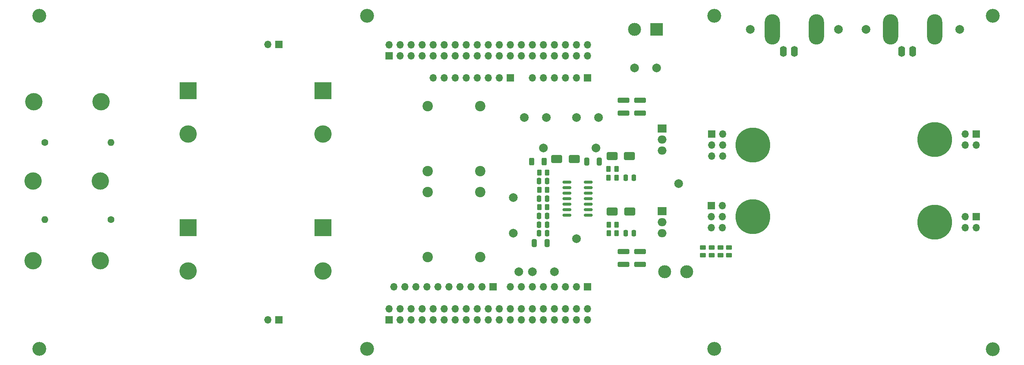
<source format=gbr>
%TF.GenerationSoftware,KiCad,Pcbnew,8.0.8*%
%TF.CreationDate,2025-01-31T18:41:33-06:00*%
%TF.ProjectId,ST2402,53543234-3032-42e6-9b69-6361645f7063,0*%
%TF.SameCoordinates,Original*%
%TF.FileFunction,Soldermask,Top*%
%TF.FilePolarity,Negative*%
%FSLAX46Y46*%
G04 Gerber Fmt 4.6, Leading zero omitted, Abs format (unit mm)*
G04 Created by KiCad (PCBNEW 8.0.8) date 2025-01-31 18:41:33*
%MOMM*%
%LPD*%
G01*
G04 APERTURE LIST*
G04 Aperture macros list*
%AMRoundRect*
0 Rectangle with rounded corners*
0 $1 Rounding radius*
0 $2 $3 $4 $5 $6 $7 $8 $9 X,Y pos of 4 corners*
0 Add a 4 corners polygon primitive as box body*
4,1,4,$2,$3,$4,$5,$6,$7,$8,$9,$2,$3,0*
0 Add four circle primitives for the rounded corners*
1,1,$1+$1,$2,$3*
1,1,$1+$1,$4,$5*
1,1,$1+$1,$6,$7*
1,1,$1+$1,$8,$9*
0 Add four rect primitives between the rounded corners*
20,1,$1+$1,$2,$3,$4,$5,0*
20,1,$1+$1,$4,$5,$6,$7,0*
20,1,$1+$1,$6,$7,$8,$9,0*
20,1,$1+$1,$8,$9,$2,$3,0*%
G04 Aperture macros list end*
%ADD10C,2.000000*%
%ADD11RoundRect,0.250000X-0.262500X-0.450000X0.262500X-0.450000X0.262500X0.450000X-0.262500X0.450000X0*%
%ADD12R,1.700000X1.700000*%
%ADD13O,1.700000X1.700000*%
%ADD14C,2.400000*%
%ADD15RoundRect,0.250000X0.450000X-0.262500X0.450000X0.262500X-0.450000X0.262500X-0.450000X-0.262500X0*%
%ADD16R,2.000000X1.905000*%
%ADD17O,2.000000X1.905000*%
%ADD18C,3.200000*%
%ADD19C,8.000000*%
%ADD20RoundRect,0.250000X-0.250000X-0.475000X0.250000X-0.475000X0.250000X0.475000X-0.250000X0.475000X0*%
%ADD21C,3.000000*%
%ADD22RoundRect,0.250000X0.250000X0.475000X-0.250000X0.475000X-0.250000X-0.475000X0.250000X-0.475000X0*%
%ADD23R,3.000000X3.000000*%
%ADD24RoundRect,0.250000X0.262500X0.450000X-0.262500X0.450000X-0.262500X-0.450000X0.262500X-0.450000X0*%
%ADD25RoundRect,0.250000X1.100000X-0.325000X1.100000X0.325000X-1.100000X0.325000X-1.100000X-0.325000X0*%
%ADD26O,3.500000X7.000000*%
%ADD27O,1.600000X2.500000*%
%ADD28C,1.600000*%
%ADD29O,1.600000X1.600000*%
%ADD30RoundRect,0.250000X-1.000000X-0.650000X1.000000X-0.650000X1.000000X0.650000X-1.000000X0.650000X0*%
%ADD31RoundRect,0.150000X-0.825000X-0.150000X0.825000X-0.150000X0.825000X0.150000X-0.825000X0.150000X0*%
%ADD32R,4.000000X4.000000*%
%ADD33C,4.000000*%
%ADD34RoundRect,0.250000X1.000000X0.650000X-1.000000X0.650000X-1.000000X-0.650000X1.000000X-0.650000X0*%
%ADD35RoundRect,0.250000X0.325000X0.650000X-0.325000X0.650000X-0.325000X-0.650000X0.325000X-0.650000X0*%
%ADD36RoundRect,0.250000X-1.100000X0.325000X-1.100000X-0.325000X1.100000X-0.325000X1.100000X0.325000X0*%
%ADD37RoundRect,0.250000X-0.325000X-0.650000X0.325000X-0.650000X0.325000X0.650000X-0.325000X0.650000X0*%
%ADD38RoundRect,0.250000X-0.312500X-0.625000X0.312500X-0.625000X0.312500X0.625000X-0.312500X0.625000X0*%
G04 APERTURE END LIST*
D10*
%TO.C,F2*%
X165735000Y-82550000D03*
X160655000Y-82540000D03*
%TD*%
D11*
%TO.C,R18*%
X152070000Y-99220000D03*
X153895000Y-99220000D03*
%TD*%
D12*
%TO.C,J11*%
X252750000Y-105430000D03*
D13*
X250210000Y-105430000D03*
X252750000Y-107970000D03*
X250210000Y-107970000D03*
%TD*%
D14*
%TO.C,C16*%
X138430000Y-79890000D03*
X138430000Y-94890000D03*
%TD*%
D15*
%TO.C,R3*%
X193818000Y-114300000D03*
X193818000Y-112475000D03*
%TD*%
D10*
%TO.C,TP3*%
X147320000Y-118110000D03*
%TD*%
D16*
%TO.C,Q1*%
X180340000Y-85090000D03*
D17*
X180340000Y-87630000D03*
X180340000Y-90170000D03*
%TD*%
D12*
%TO.C,J22*%
X191765000Y-102885000D03*
D13*
X194305000Y-102885000D03*
X191765000Y-105425000D03*
X194305000Y-105425000D03*
X191765000Y-107965000D03*
X194305000Y-107965000D03*
%TD*%
D12*
%TO.C,J2*%
X117475000Y-68275000D03*
D13*
X117475000Y-65735000D03*
X120015000Y-68275000D03*
X120015000Y-65735000D03*
X122555000Y-68275000D03*
X122555000Y-65735000D03*
X125095000Y-68275000D03*
X125095000Y-65735000D03*
X127635000Y-68275000D03*
X127635000Y-65735000D03*
X130175000Y-68275000D03*
X130175000Y-65735000D03*
X132715000Y-68275000D03*
X132715000Y-65735000D03*
X135255000Y-68275000D03*
X135255000Y-65735000D03*
X137795000Y-68275000D03*
X137795000Y-65735000D03*
X140335000Y-68275000D03*
X140335000Y-65735000D03*
X142875000Y-68275000D03*
X142875000Y-65735000D03*
X145415000Y-68275000D03*
X145415000Y-65735000D03*
X147955000Y-68275000D03*
X147955000Y-65735000D03*
X150495000Y-68275000D03*
X150495000Y-65735000D03*
X153035000Y-68275000D03*
X153035000Y-65735000D03*
X155575000Y-68275000D03*
X155575000Y-65735000D03*
X158115000Y-68275000D03*
X158115000Y-65735000D03*
X160655000Y-68275000D03*
X160655000Y-65735000D03*
X163195000Y-68275000D03*
X163195000Y-65735000D03*
%TD*%
D12*
%TO.C,J12*%
X252750000Y-86380000D03*
D13*
X250210000Y-86380000D03*
X252750000Y-88920000D03*
X250210000Y-88920000D03*
%TD*%
D18*
%TO.C,H6*%
X36830000Y-135890000D03*
%TD*%
D12*
%TO.C,J4*%
X145415000Y-73355000D03*
D13*
X142875000Y-73355000D03*
X140335000Y-73355000D03*
X137795000Y-73355000D03*
X135255000Y-73355000D03*
X132715000Y-73355000D03*
X130175000Y-73355000D03*
X127635000Y-73355000D03*
%TD*%
D18*
%TO.C,H7*%
X112395000Y-135890000D03*
%TD*%
D19*
%TO.C,TP18*%
X243205000Y-87630000D03*
%TD*%
D20*
%TO.C,C8*%
X171995000Y-96425000D03*
X173895000Y-96425000D03*
%TD*%
D11*
%TO.C,R21*%
X168055000Y-94425000D03*
X169880000Y-94425000D03*
%TD*%
D21*
%TO.C,J14*%
X180975000Y-118110000D03*
%TD*%
D22*
%TO.C,C3*%
X153895000Y-107220000D03*
X151995000Y-107220000D03*
%TD*%
D23*
%TO.C,J9*%
X179070000Y-62230000D03*
D21*
X173990000Y-62230000D03*
%TD*%
D14*
%TO.C,C12*%
X126365000Y-79890000D03*
X126365000Y-94890000D03*
%TD*%
D20*
%TO.C,C6*%
X151995000Y-101220000D03*
X153895000Y-101220000D03*
%TD*%
D10*
%TO.C,TP6*%
X184150000Y-97790000D03*
%TD*%
D22*
%TO.C,C1*%
X153895000Y-97220000D03*
X151995000Y-97220000D03*
%TD*%
D10*
%TO.C,F1*%
X153670000Y-82560000D03*
X148590000Y-82550000D03*
%TD*%
D11*
%TO.C,R23*%
X168055000Y-96425000D03*
X169880000Y-96425000D03*
%TD*%
D24*
%TO.C,R19*%
X153895000Y-103220000D03*
X152070000Y-103220000D03*
%TD*%
D25*
%TO.C,C19*%
X171450000Y-116410000D03*
X171450000Y-113460000D03*
%TD*%
D26*
%TO.C,J19*%
X215900000Y-62230000D03*
D27*
X208280000Y-67310000D03*
D26*
X205740000Y-62230000D03*
D27*
X210820000Y-67310000D03*
%TD*%
D24*
%TO.C,R22*%
X169895000Y-107220000D03*
X168070000Y-107220000D03*
%TD*%
D28*
%TO.C,R9*%
X38100000Y-88265000D03*
D29*
X53340000Y-88265000D03*
%TD*%
D20*
%TO.C,C4*%
X151995000Y-109220000D03*
X153895000Y-109220000D03*
%TD*%
D30*
%TO.C,D2*%
X168895000Y-104220000D03*
X172895000Y-104220000D03*
%TD*%
D26*
%TO.C,J13*%
X243205000Y-62230000D03*
D27*
X235585000Y-67310000D03*
D26*
X233045000Y-62230000D03*
D27*
X238125000Y-67310000D03*
%TD*%
D19*
%TO.C,TP17*%
X201295000Y-105410000D03*
%TD*%
D31*
%TO.C,U1*%
X158420000Y-97410000D03*
X158420000Y-98680000D03*
X158420000Y-99950000D03*
X158420000Y-101220000D03*
X158420000Y-102490000D03*
X158420000Y-103760000D03*
X158420000Y-105030000D03*
X163370000Y-105030000D03*
X163370000Y-103760000D03*
X163370000Y-102490000D03*
X163370000Y-101220000D03*
X163370000Y-99950000D03*
X163370000Y-98680000D03*
X163370000Y-97410000D03*
%TD*%
D10*
%TO.C,TP14*%
X200660000Y-62230000D03*
%TD*%
D32*
%TO.C,C14*%
X102235000Y-107950000D03*
D33*
X102235000Y-117950000D03*
%TD*%
D12*
%TO.C,J1*%
X117475000Y-129185000D03*
D13*
X117475000Y-126645000D03*
X120015000Y-129185000D03*
X120015000Y-126645000D03*
X122555000Y-129185000D03*
X122555000Y-126645000D03*
X125095000Y-129185000D03*
X125095000Y-126645000D03*
X127635000Y-129185000D03*
X127635000Y-126645000D03*
X130175000Y-129185000D03*
X130175000Y-126645000D03*
X132715000Y-129185000D03*
X132715000Y-126645000D03*
X135255000Y-129185000D03*
X135255000Y-126645000D03*
X137795000Y-129185000D03*
X137795000Y-126645000D03*
X140335000Y-129185000D03*
X140335000Y-126645000D03*
X142875000Y-129185000D03*
X142875000Y-126645000D03*
X145415000Y-129185000D03*
X145415000Y-126645000D03*
X147955000Y-129185000D03*
X147955000Y-126645000D03*
X150495000Y-129185000D03*
X150495000Y-126645000D03*
X153035000Y-129185000D03*
X153035000Y-126645000D03*
X155575000Y-129185000D03*
X155575000Y-126645000D03*
X158115000Y-129185000D03*
X158115000Y-126645000D03*
X160655000Y-129185000D03*
X160655000Y-126645000D03*
X163195000Y-129185000D03*
X163195000Y-126645000D03*
%TD*%
D11*
%TO.C,R24*%
X168070000Y-109220000D03*
X169895000Y-109220000D03*
%TD*%
D34*
%TO.C,D3*%
X160115000Y-92075000D03*
X156115000Y-92075000D03*
%TD*%
D10*
%TO.C,TP12*%
X179070000Y-71120000D03*
%TD*%
D18*
%TO.C,H5*%
X36830000Y-59055000D03*
%TD*%
D32*
%TO.C,C10*%
X71120000Y-76360000D03*
D33*
X71120000Y-86360000D03*
%TD*%
D12*
%TO.C,J8*%
X92075000Y-65659000D03*
D13*
X89535000Y-65659000D03*
%TD*%
D35*
%TO.C,C7*%
X165940000Y-92710000D03*
X162990000Y-92710000D03*
%TD*%
D10*
%TO.C,TP8*%
X173990000Y-71120000D03*
%TD*%
D25*
%TO.C,C21*%
X175260000Y-116410000D03*
X175260000Y-113460000D03*
%TD*%
D12*
%TO.C,J6*%
X141395000Y-121585000D03*
D13*
X138855000Y-121585000D03*
X136315000Y-121585000D03*
X133775000Y-121585000D03*
X131235000Y-121585000D03*
X128695000Y-121585000D03*
X126155000Y-121585000D03*
X123615000Y-121585000D03*
X121075000Y-121585000D03*
X118535000Y-121585000D03*
%TD*%
D10*
%TO.C,TP5*%
X146050000Y-100965000D03*
%TD*%
%TO.C,TP2*%
X150495000Y-118110000D03*
%TD*%
D15*
%TO.C,R1*%
X189738000Y-114300000D03*
X189738000Y-112475000D03*
%TD*%
D10*
%TO.C,TP4*%
X146050000Y-109220000D03*
%TD*%
D36*
%TO.C,C20*%
X175260000Y-78535000D03*
X175260000Y-81485000D03*
%TD*%
D18*
%TO.C,H8*%
X112395000Y-59055000D03*
%TD*%
D10*
%TO.C,TP9*%
X153035000Y-89535000D03*
%TD*%
D15*
%TO.C,R4*%
X195818000Y-114300000D03*
X195818000Y-112475000D03*
%TD*%
D36*
%TO.C,C18*%
X171450000Y-78535000D03*
X171450000Y-81485000D03*
%TD*%
D21*
%TO.C,J18*%
X186055000Y-118110000D03*
%TD*%
D33*
%TO.C,J16*%
X50930000Y-97155000D03*
X35430000Y-97155000D03*
%TD*%
D24*
%TO.C,R17*%
X153895000Y-95220000D03*
X152070000Y-95220000D03*
%TD*%
D10*
%TO.C,TP7*%
X165100000Y-89535000D03*
%TD*%
D18*
%TO.C,H4*%
X192405000Y-135890000D03*
%TD*%
D22*
%TO.C,C5*%
X153895000Y-105220000D03*
X151995000Y-105220000D03*
%TD*%
D18*
%TO.C,H2*%
X256540000Y-136000000D03*
%TD*%
D10*
%TO.C,TP11*%
X160655000Y-110490000D03*
%TD*%
D16*
%TO.C,Q2*%
X180340000Y-104140000D03*
D17*
X180340000Y-106680000D03*
X180340000Y-109220000D03*
%TD*%
D12*
%TO.C,J5*%
X163195000Y-73355000D03*
D13*
X160655000Y-73355000D03*
X158115000Y-73355000D03*
X155575000Y-73355000D03*
X153035000Y-73355000D03*
X150495000Y-73355000D03*
%TD*%
D10*
%TO.C,TP1*%
X155575000Y-118110000D03*
%TD*%
D19*
%TO.C,TP16*%
X201295000Y-88900000D03*
%TD*%
D28*
%TO.C,R10*%
X53340000Y-106045000D03*
D29*
X38100000Y-106045000D03*
%TD*%
D30*
%TO.C,D1*%
X168880000Y-91425000D03*
X172880000Y-91425000D03*
%TD*%
D20*
%TO.C,C9*%
X171995000Y-109220000D03*
X173895000Y-109220000D03*
%TD*%
D37*
%TO.C,C2*%
X150920000Y-111470000D03*
X153870000Y-111470000D03*
%TD*%
D33*
%TO.C,J17*%
X50930000Y-115570000D03*
X35430000Y-115570000D03*
%TD*%
%TO.C,J15*%
X51060000Y-78900000D03*
X35560000Y-78900000D03*
%TD*%
D10*
%TO.C,TP15*%
X220980000Y-62230000D03*
%TD*%
%TO.C,TP13*%
X248920000Y-62230000D03*
%TD*%
D14*
%TO.C,C17*%
X138430000Y-99695000D03*
X138430000Y-114695000D03*
%TD*%
D18*
%TO.C,H3*%
X192405000Y-59055000D03*
%TD*%
D32*
%TO.C,C13*%
X71120000Y-107950000D03*
D33*
X71120000Y-117950000D03*
%TD*%
D12*
%TO.C,J7*%
X92075000Y-129185000D03*
D13*
X89535000Y-129185000D03*
%TD*%
D14*
%TO.C,C15*%
X126365000Y-99695000D03*
X126365000Y-114695000D03*
%TD*%
D18*
%TO.C,H1*%
X256540000Y-59055000D03*
%TD*%
D12*
%TO.C,J3*%
X163195000Y-121585000D03*
D13*
X160655000Y-121585000D03*
X158115000Y-121585000D03*
X155575000Y-121585000D03*
X153035000Y-121585000D03*
X150495000Y-121585000D03*
X147955000Y-121585000D03*
X145415000Y-121585000D03*
%TD*%
D38*
%TO.C,R20*%
X150302500Y-92710000D03*
X153227500Y-92710000D03*
%TD*%
D12*
%TO.C,J21*%
X191770000Y-86360000D03*
D13*
X194310000Y-86360000D03*
X191770000Y-88900000D03*
X194310000Y-88900000D03*
X191770000Y-91440000D03*
X194310000Y-91440000D03*
%TD*%
D19*
%TO.C,TP19*%
X243205000Y-106680000D03*
%TD*%
D10*
%TO.C,TP10*%
X227330000Y-62230000D03*
%TD*%
D15*
%TO.C,R2*%
X191818000Y-114300000D03*
X191818000Y-112475000D03*
%TD*%
D32*
%TO.C,C11*%
X102235000Y-76360000D03*
D33*
X102235000Y-86360000D03*
%TD*%
M02*

</source>
